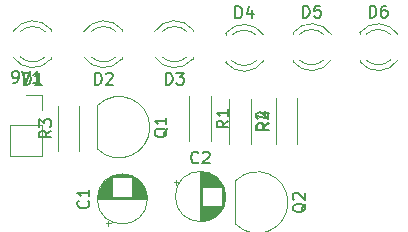
<source format=gbr>
%TF.GenerationSoftware,KiCad,Pcbnew,(5.1.12)-1*%
%TF.CreationDate,2023-08-23T15:32:20+05:30*%
%TF.ProjectId,led2,6c656432-2e6b-4696-9361-645f70636258,rev?*%
%TF.SameCoordinates,Original*%
%TF.FileFunction,Legend,Top*%
%TF.FilePolarity,Positive*%
%FSLAX46Y46*%
G04 Gerber Fmt 4.6, Leading zero omitted, Abs format (unit mm)*
G04 Created by KiCad (PCBNEW (5.1.12)-1) date 2023-08-23 15:32:20*
%MOMM*%
%LPD*%
G01*
G04 APERTURE LIST*
%ADD10C,0.120000*%
%ADD11C,0.150000*%
G04 APERTURE END LIST*
D10*
%TO.C,R4*%
X149130000Y-57410000D02*
X149130000Y-53570000D01*
X147290000Y-57410000D02*
X147290000Y-53570000D01*
%TO.C,R3*%
X130680000Y-58060000D02*
X130680000Y-54220000D01*
X128840000Y-58060000D02*
X128840000Y-54220000D01*
%TO.C,R2*%
X143380000Y-53610000D02*
X143380000Y-57450000D01*
X145220000Y-53610000D02*
X145220000Y-57450000D01*
%TO.C,R1*%
X140000000Y-53380000D02*
X140000000Y-57220000D01*
X141840000Y-53380000D02*
X141840000Y-57220000D01*
%TO.C,Q2*%
X143890000Y-60600000D02*
X143890000Y-64200000D01*
X143901522Y-64238478D02*
G75*
G03*
X148340000Y-62400000I1838478J1838478D01*
G01*
X143901522Y-60561522D02*
G75*
G02*
X148340000Y-62400000I1838478J-1838478D01*
G01*
%TO.C,Q1*%
X132190000Y-54230000D02*
X132190000Y-57830000D01*
X132201522Y-57868478D02*
G75*
G03*
X136640000Y-56030000I1838478J1838478D01*
G01*
X132201522Y-54191522D02*
G75*
G02*
X136640000Y-56030000I1838478J-1838478D01*
G01*
%TO.C,D6*%
X154420000Y-50330000D02*
X154420000Y-50486000D01*
X154420000Y-48014000D02*
X154420000Y-48170000D01*
X157021130Y-50329837D02*
G75*
G02*
X154939039Y-50330000I-1041130J1079837D01*
G01*
X157021130Y-48170163D02*
G75*
G03*
X154939039Y-48170000I-1041130J-1079837D01*
G01*
X157652335Y-50328608D02*
G75*
G02*
X154420000Y-50485516I-1672335J1078608D01*
G01*
X157652335Y-48171392D02*
G75*
G03*
X154420000Y-48014484I-1672335J-1078608D01*
G01*
%TO.C,D5*%
X148770000Y-50330000D02*
X148770000Y-50486000D01*
X148770000Y-48014000D02*
X148770000Y-48170000D01*
X151371130Y-50329837D02*
G75*
G02*
X149289039Y-50330000I-1041130J1079837D01*
G01*
X151371130Y-48170163D02*
G75*
G03*
X149289039Y-48170000I-1041130J-1079837D01*
G01*
X152002335Y-50328608D02*
G75*
G02*
X148770000Y-50485516I-1672335J1078608D01*
G01*
X152002335Y-48171392D02*
G75*
G03*
X148770000Y-48014484I-1672335J-1078608D01*
G01*
%TO.C,D4*%
X143060000Y-50390000D02*
X143060000Y-50546000D01*
X143060000Y-48074000D02*
X143060000Y-48230000D01*
X145661130Y-50389837D02*
G75*
G02*
X143579039Y-50390000I-1041130J1079837D01*
G01*
X145661130Y-48230163D02*
G75*
G03*
X143579039Y-48230000I-1041130J-1079837D01*
G01*
X146292335Y-50388608D02*
G75*
G02*
X143060000Y-50545516I-1672335J1078608D01*
G01*
X146292335Y-48231392D02*
G75*
G03*
X143060000Y-48074484I-1672335J-1078608D01*
G01*
%TO.C,D3*%
X140290000Y-47920000D02*
X140290000Y-47764000D01*
X140290000Y-50236000D02*
X140290000Y-50080000D01*
X137688870Y-47920163D02*
G75*
G02*
X139770961Y-47920000I1041130J-1079837D01*
G01*
X137688870Y-50079837D02*
G75*
G03*
X139770961Y-50080000I1041130J1079837D01*
G01*
X137057665Y-47921392D02*
G75*
G02*
X140290000Y-47764484I1672335J-1078608D01*
G01*
X137057665Y-50078608D02*
G75*
G03*
X140290000Y-50235516I1672335J1078608D01*
G01*
%TO.C,D2*%
X134290000Y-47920000D02*
X134290000Y-47764000D01*
X134290000Y-50236000D02*
X134290000Y-50080000D01*
X131688870Y-47920163D02*
G75*
G02*
X133770961Y-47920000I1041130J-1079837D01*
G01*
X131688870Y-50079837D02*
G75*
G03*
X133770961Y-50080000I1041130J1079837D01*
G01*
X131057665Y-47921392D02*
G75*
G02*
X134290000Y-47764484I1672335J-1078608D01*
G01*
X131057665Y-50078608D02*
G75*
G03*
X134290000Y-50235516I1672335J1078608D01*
G01*
%TO.C,D1*%
X128290000Y-47920000D02*
X128290000Y-47764000D01*
X128290000Y-50236000D02*
X128290000Y-50080000D01*
X125688870Y-47920163D02*
G75*
G02*
X127770961Y-47920000I1041130J-1079837D01*
G01*
X125688870Y-50079837D02*
G75*
G03*
X127770961Y-50080000I1041130J1079837D01*
G01*
X125057665Y-47921392D02*
G75*
G02*
X128290000Y-47764484I1672335J-1078608D01*
G01*
X125057665Y-50078608D02*
G75*
G03*
X128290000Y-50235516I1672335J1078608D01*
G01*
%TO.C,C2*%
X138850199Y-60495000D02*
X138850199Y-60895000D01*
X138650199Y-60695000D02*
X139050199Y-60695000D01*
X143001000Y-61520000D02*
X143001000Y-62260000D01*
X142961000Y-61353000D02*
X142961000Y-62427000D01*
X142921000Y-61226000D02*
X142921000Y-62554000D01*
X142881000Y-61122000D02*
X142881000Y-62658000D01*
X142841000Y-61031000D02*
X142841000Y-62749000D01*
X142801000Y-60950000D02*
X142801000Y-62830000D01*
X142761000Y-60877000D02*
X142761000Y-62903000D01*
X142721000Y-62730000D02*
X142721000Y-62970000D01*
X142721000Y-60810000D02*
X142721000Y-61050000D01*
X142681000Y-62730000D02*
X142681000Y-63032000D01*
X142681000Y-60748000D02*
X142681000Y-61050000D01*
X142641000Y-62730000D02*
X142641000Y-63090000D01*
X142641000Y-60690000D02*
X142641000Y-61050000D01*
X142601000Y-62730000D02*
X142601000Y-63144000D01*
X142601000Y-60636000D02*
X142601000Y-61050000D01*
X142561000Y-62730000D02*
X142561000Y-63194000D01*
X142561000Y-60586000D02*
X142561000Y-61050000D01*
X142521000Y-62730000D02*
X142521000Y-63241000D01*
X142521000Y-60539000D02*
X142521000Y-61050000D01*
X142481000Y-62730000D02*
X142481000Y-63286000D01*
X142481000Y-60494000D02*
X142481000Y-61050000D01*
X142441000Y-62730000D02*
X142441000Y-63328000D01*
X142441000Y-60452000D02*
X142441000Y-61050000D01*
X142401000Y-62730000D02*
X142401000Y-63368000D01*
X142401000Y-60412000D02*
X142401000Y-61050000D01*
X142361000Y-62730000D02*
X142361000Y-63406000D01*
X142361000Y-60374000D02*
X142361000Y-61050000D01*
X142321000Y-62730000D02*
X142321000Y-63442000D01*
X142321000Y-60338000D02*
X142321000Y-61050000D01*
X142281000Y-62730000D02*
X142281000Y-63477000D01*
X142281000Y-60303000D02*
X142281000Y-61050000D01*
X142241000Y-62730000D02*
X142241000Y-63509000D01*
X142241000Y-60271000D02*
X142241000Y-61050000D01*
X142201000Y-62730000D02*
X142201000Y-63540000D01*
X142201000Y-60240000D02*
X142201000Y-61050000D01*
X142161000Y-62730000D02*
X142161000Y-63570000D01*
X142161000Y-60210000D02*
X142161000Y-61050000D01*
X142121000Y-62730000D02*
X142121000Y-63598000D01*
X142121000Y-60182000D02*
X142121000Y-61050000D01*
X142081000Y-62730000D02*
X142081000Y-63625000D01*
X142081000Y-60155000D02*
X142081000Y-61050000D01*
X142041000Y-62730000D02*
X142041000Y-63650000D01*
X142041000Y-60130000D02*
X142041000Y-61050000D01*
X142001000Y-62730000D02*
X142001000Y-63675000D01*
X142001000Y-60105000D02*
X142001000Y-61050000D01*
X141961000Y-62730000D02*
X141961000Y-63698000D01*
X141961000Y-60082000D02*
X141961000Y-61050000D01*
X141921000Y-62730000D02*
X141921000Y-63720000D01*
X141921000Y-60060000D02*
X141921000Y-61050000D01*
X141881000Y-62730000D02*
X141881000Y-63741000D01*
X141881000Y-60039000D02*
X141881000Y-61050000D01*
X141841000Y-62730000D02*
X141841000Y-63760000D01*
X141841000Y-60020000D02*
X141841000Y-61050000D01*
X141801000Y-62730000D02*
X141801000Y-63779000D01*
X141801000Y-60001000D02*
X141801000Y-61050000D01*
X141761000Y-62730000D02*
X141761000Y-63797000D01*
X141761000Y-59983000D02*
X141761000Y-61050000D01*
X141721000Y-62730000D02*
X141721000Y-63814000D01*
X141721000Y-59966000D02*
X141721000Y-61050000D01*
X141681000Y-62730000D02*
X141681000Y-63830000D01*
X141681000Y-59950000D02*
X141681000Y-61050000D01*
X141641000Y-62730000D02*
X141641000Y-63844000D01*
X141641000Y-59936000D02*
X141641000Y-61050000D01*
X141600000Y-62730000D02*
X141600000Y-63858000D01*
X141600000Y-59922000D02*
X141600000Y-61050000D01*
X141560000Y-62730000D02*
X141560000Y-63872000D01*
X141560000Y-59908000D02*
X141560000Y-61050000D01*
X141520000Y-62730000D02*
X141520000Y-63884000D01*
X141520000Y-59896000D02*
X141520000Y-61050000D01*
X141480000Y-62730000D02*
X141480000Y-63895000D01*
X141480000Y-59885000D02*
X141480000Y-61050000D01*
X141440000Y-62730000D02*
X141440000Y-63906000D01*
X141440000Y-59874000D02*
X141440000Y-61050000D01*
X141400000Y-62730000D02*
X141400000Y-63915000D01*
X141400000Y-59865000D02*
X141400000Y-61050000D01*
X141360000Y-62730000D02*
X141360000Y-63924000D01*
X141360000Y-59856000D02*
X141360000Y-61050000D01*
X141320000Y-62730000D02*
X141320000Y-63932000D01*
X141320000Y-59848000D02*
X141320000Y-61050000D01*
X141280000Y-62730000D02*
X141280000Y-63940000D01*
X141280000Y-59840000D02*
X141280000Y-61050000D01*
X141240000Y-62730000D02*
X141240000Y-63946000D01*
X141240000Y-59834000D02*
X141240000Y-61050000D01*
X141200000Y-62730000D02*
X141200000Y-63952000D01*
X141200000Y-59828000D02*
X141200000Y-61050000D01*
X141160000Y-62730000D02*
X141160000Y-63957000D01*
X141160000Y-59823000D02*
X141160000Y-61050000D01*
X141120000Y-62730000D02*
X141120000Y-63961000D01*
X141120000Y-59819000D02*
X141120000Y-61050000D01*
X141080000Y-59816000D02*
X141080000Y-63964000D01*
X141040000Y-59813000D02*
X141040000Y-63967000D01*
X141000000Y-59811000D02*
X141000000Y-63969000D01*
X140960000Y-59810000D02*
X140960000Y-63970000D01*
X140920000Y-59810000D02*
X140920000Y-63970000D01*
X143040000Y-61890000D02*
G75*
G03*
X143040000Y-61890000I-2120000J0D01*
G01*
%TO.C,C1*%
X132915000Y-64169801D02*
X133315000Y-64169801D01*
X133115000Y-64369801D02*
X133115000Y-63969801D01*
X133940000Y-60019000D02*
X134680000Y-60019000D01*
X133773000Y-60059000D02*
X134847000Y-60059000D01*
X133646000Y-60099000D02*
X134974000Y-60099000D01*
X133542000Y-60139000D02*
X135078000Y-60139000D01*
X133451000Y-60179000D02*
X135169000Y-60179000D01*
X133370000Y-60219000D02*
X135250000Y-60219000D01*
X133297000Y-60259000D02*
X135323000Y-60259000D01*
X135150000Y-60299000D02*
X135390000Y-60299000D01*
X133230000Y-60299000D02*
X133470000Y-60299000D01*
X135150000Y-60339000D02*
X135452000Y-60339000D01*
X133168000Y-60339000D02*
X133470000Y-60339000D01*
X135150000Y-60379000D02*
X135510000Y-60379000D01*
X133110000Y-60379000D02*
X133470000Y-60379000D01*
X135150000Y-60419000D02*
X135564000Y-60419000D01*
X133056000Y-60419000D02*
X133470000Y-60419000D01*
X135150000Y-60459000D02*
X135614000Y-60459000D01*
X133006000Y-60459000D02*
X133470000Y-60459000D01*
X135150000Y-60499000D02*
X135661000Y-60499000D01*
X132959000Y-60499000D02*
X133470000Y-60499000D01*
X135150000Y-60539000D02*
X135706000Y-60539000D01*
X132914000Y-60539000D02*
X133470000Y-60539000D01*
X135150000Y-60579000D02*
X135748000Y-60579000D01*
X132872000Y-60579000D02*
X133470000Y-60579000D01*
X135150000Y-60619000D02*
X135788000Y-60619000D01*
X132832000Y-60619000D02*
X133470000Y-60619000D01*
X135150000Y-60659000D02*
X135826000Y-60659000D01*
X132794000Y-60659000D02*
X133470000Y-60659000D01*
X135150000Y-60699000D02*
X135862000Y-60699000D01*
X132758000Y-60699000D02*
X133470000Y-60699000D01*
X135150000Y-60739000D02*
X135897000Y-60739000D01*
X132723000Y-60739000D02*
X133470000Y-60739000D01*
X135150000Y-60779000D02*
X135929000Y-60779000D01*
X132691000Y-60779000D02*
X133470000Y-60779000D01*
X135150000Y-60819000D02*
X135960000Y-60819000D01*
X132660000Y-60819000D02*
X133470000Y-60819000D01*
X135150000Y-60859000D02*
X135990000Y-60859000D01*
X132630000Y-60859000D02*
X133470000Y-60859000D01*
X135150000Y-60899000D02*
X136018000Y-60899000D01*
X132602000Y-60899000D02*
X133470000Y-60899000D01*
X135150000Y-60939000D02*
X136045000Y-60939000D01*
X132575000Y-60939000D02*
X133470000Y-60939000D01*
X135150000Y-60979000D02*
X136070000Y-60979000D01*
X132550000Y-60979000D02*
X133470000Y-60979000D01*
X135150000Y-61019000D02*
X136095000Y-61019000D01*
X132525000Y-61019000D02*
X133470000Y-61019000D01*
X135150000Y-61059000D02*
X136118000Y-61059000D01*
X132502000Y-61059000D02*
X133470000Y-61059000D01*
X135150000Y-61099000D02*
X136140000Y-61099000D01*
X132480000Y-61099000D02*
X133470000Y-61099000D01*
X135150000Y-61139000D02*
X136161000Y-61139000D01*
X132459000Y-61139000D02*
X133470000Y-61139000D01*
X135150000Y-61179000D02*
X136180000Y-61179000D01*
X132440000Y-61179000D02*
X133470000Y-61179000D01*
X135150000Y-61219000D02*
X136199000Y-61219000D01*
X132421000Y-61219000D02*
X133470000Y-61219000D01*
X135150000Y-61259000D02*
X136217000Y-61259000D01*
X132403000Y-61259000D02*
X133470000Y-61259000D01*
X135150000Y-61299000D02*
X136234000Y-61299000D01*
X132386000Y-61299000D02*
X133470000Y-61299000D01*
X135150000Y-61339000D02*
X136250000Y-61339000D01*
X132370000Y-61339000D02*
X133470000Y-61339000D01*
X135150000Y-61379000D02*
X136264000Y-61379000D01*
X132356000Y-61379000D02*
X133470000Y-61379000D01*
X135150000Y-61420000D02*
X136278000Y-61420000D01*
X132342000Y-61420000D02*
X133470000Y-61420000D01*
X135150000Y-61460000D02*
X136292000Y-61460000D01*
X132328000Y-61460000D02*
X133470000Y-61460000D01*
X135150000Y-61500000D02*
X136304000Y-61500000D01*
X132316000Y-61500000D02*
X133470000Y-61500000D01*
X135150000Y-61540000D02*
X136315000Y-61540000D01*
X132305000Y-61540000D02*
X133470000Y-61540000D01*
X135150000Y-61580000D02*
X136326000Y-61580000D01*
X132294000Y-61580000D02*
X133470000Y-61580000D01*
X135150000Y-61620000D02*
X136335000Y-61620000D01*
X132285000Y-61620000D02*
X133470000Y-61620000D01*
X135150000Y-61660000D02*
X136344000Y-61660000D01*
X132276000Y-61660000D02*
X133470000Y-61660000D01*
X135150000Y-61700000D02*
X136352000Y-61700000D01*
X132268000Y-61700000D02*
X133470000Y-61700000D01*
X135150000Y-61740000D02*
X136360000Y-61740000D01*
X132260000Y-61740000D02*
X133470000Y-61740000D01*
X135150000Y-61780000D02*
X136366000Y-61780000D01*
X132254000Y-61780000D02*
X133470000Y-61780000D01*
X135150000Y-61820000D02*
X136372000Y-61820000D01*
X132248000Y-61820000D02*
X133470000Y-61820000D01*
X135150000Y-61860000D02*
X136377000Y-61860000D01*
X132243000Y-61860000D02*
X133470000Y-61860000D01*
X135150000Y-61900000D02*
X136381000Y-61900000D01*
X132239000Y-61900000D02*
X133470000Y-61900000D01*
X132236000Y-61940000D02*
X136384000Y-61940000D01*
X132233000Y-61980000D02*
X136387000Y-61980000D01*
X132231000Y-62020000D02*
X136389000Y-62020000D01*
X132230000Y-62060000D02*
X136390000Y-62060000D01*
X132230000Y-62100000D02*
X136390000Y-62100000D01*
X136430000Y-62100000D02*
G75*
G03*
X136430000Y-62100000I-2120000J0D01*
G01*
%TO.C,9V1*%
X126170000Y-53270000D02*
X127500000Y-53270000D01*
X127500000Y-53270000D02*
X127500000Y-54600000D01*
X127500000Y-55870000D02*
X127500000Y-58470000D01*
X124840000Y-58470000D02*
X127500000Y-58470000D01*
X124840000Y-55870000D02*
X124840000Y-58470000D01*
X124840000Y-55870000D02*
X127500000Y-55870000D01*
%TO.C,R4*%
D11*
X146742380Y-55656666D02*
X146266190Y-55990000D01*
X146742380Y-56228095D02*
X145742380Y-56228095D01*
X145742380Y-55847142D01*
X145790000Y-55751904D01*
X145837619Y-55704285D01*
X145932857Y-55656666D01*
X146075714Y-55656666D01*
X146170952Y-55704285D01*
X146218571Y-55751904D01*
X146266190Y-55847142D01*
X146266190Y-56228095D01*
X146075714Y-54799523D02*
X146742380Y-54799523D01*
X145694761Y-55037619D02*
X146409047Y-55275714D01*
X146409047Y-54656666D01*
%TO.C,R3*%
X128292380Y-56306666D02*
X127816190Y-56640000D01*
X128292380Y-56878095D02*
X127292380Y-56878095D01*
X127292380Y-56497142D01*
X127340000Y-56401904D01*
X127387619Y-56354285D01*
X127482857Y-56306666D01*
X127625714Y-56306666D01*
X127720952Y-56354285D01*
X127768571Y-56401904D01*
X127816190Y-56497142D01*
X127816190Y-56878095D01*
X127292380Y-55973333D02*
X127292380Y-55354285D01*
X127673333Y-55687619D01*
X127673333Y-55544761D01*
X127720952Y-55449523D01*
X127768571Y-55401904D01*
X127863809Y-55354285D01*
X128101904Y-55354285D01*
X128197142Y-55401904D01*
X128244761Y-55449523D01*
X128292380Y-55544761D01*
X128292380Y-55830476D01*
X128244761Y-55925714D01*
X128197142Y-55973333D01*
%TO.C,R2*%
X146672380Y-55696666D02*
X146196190Y-56030000D01*
X146672380Y-56268095D02*
X145672380Y-56268095D01*
X145672380Y-55887142D01*
X145720000Y-55791904D01*
X145767619Y-55744285D01*
X145862857Y-55696666D01*
X146005714Y-55696666D01*
X146100952Y-55744285D01*
X146148571Y-55791904D01*
X146196190Y-55887142D01*
X146196190Y-56268095D01*
X145767619Y-55315714D02*
X145720000Y-55268095D01*
X145672380Y-55172857D01*
X145672380Y-54934761D01*
X145720000Y-54839523D01*
X145767619Y-54791904D01*
X145862857Y-54744285D01*
X145958095Y-54744285D01*
X146100952Y-54791904D01*
X146672380Y-55363333D01*
X146672380Y-54744285D01*
%TO.C,R1*%
X143292380Y-55466666D02*
X142816190Y-55800000D01*
X143292380Y-56038095D02*
X142292380Y-56038095D01*
X142292380Y-55657142D01*
X142340000Y-55561904D01*
X142387619Y-55514285D01*
X142482857Y-55466666D01*
X142625714Y-55466666D01*
X142720952Y-55514285D01*
X142768571Y-55561904D01*
X142816190Y-55657142D01*
X142816190Y-56038095D01*
X143292380Y-54514285D02*
X143292380Y-55085714D01*
X143292380Y-54800000D02*
X142292380Y-54800000D01*
X142435238Y-54895238D01*
X142530476Y-54990476D01*
X142578095Y-55085714D01*
%TO.C,Q2*%
X149847619Y-62495238D02*
X149800000Y-62590476D01*
X149704761Y-62685714D01*
X149561904Y-62828571D01*
X149514285Y-62923809D01*
X149514285Y-63019047D01*
X149752380Y-62971428D02*
X149704761Y-63066666D01*
X149609523Y-63161904D01*
X149419047Y-63209523D01*
X149085714Y-63209523D01*
X148895238Y-63161904D01*
X148800000Y-63066666D01*
X148752380Y-62971428D01*
X148752380Y-62780952D01*
X148800000Y-62685714D01*
X148895238Y-62590476D01*
X149085714Y-62542857D01*
X149419047Y-62542857D01*
X149609523Y-62590476D01*
X149704761Y-62685714D01*
X149752380Y-62780952D01*
X149752380Y-62971428D01*
X148847619Y-62161904D02*
X148800000Y-62114285D01*
X148752380Y-62019047D01*
X148752380Y-61780952D01*
X148800000Y-61685714D01*
X148847619Y-61638095D01*
X148942857Y-61590476D01*
X149038095Y-61590476D01*
X149180952Y-61638095D01*
X149752380Y-62209523D01*
X149752380Y-61590476D01*
%TO.C,Q1*%
X138147619Y-56125238D02*
X138100000Y-56220476D01*
X138004761Y-56315714D01*
X137861904Y-56458571D01*
X137814285Y-56553809D01*
X137814285Y-56649047D01*
X138052380Y-56601428D02*
X138004761Y-56696666D01*
X137909523Y-56791904D01*
X137719047Y-56839523D01*
X137385714Y-56839523D01*
X137195238Y-56791904D01*
X137100000Y-56696666D01*
X137052380Y-56601428D01*
X137052380Y-56410952D01*
X137100000Y-56315714D01*
X137195238Y-56220476D01*
X137385714Y-56172857D01*
X137719047Y-56172857D01*
X137909523Y-56220476D01*
X138004761Y-56315714D01*
X138052380Y-56410952D01*
X138052380Y-56601428D01*
X138052380Y-55220476D02*
X138052380Y-55791904D01*
X138052380Y-55506190D02*
X137052380Y-55506190D01*
X137195238Y-55601428D01*
X137290476Y-55696666D01*
X137338095Y-55791904D01*
%TO.C,D6*%
X155241904Y-46742380D02*
X155241904Y-45742380D01*
X155480000Y-45742380D01*
X155622857Y-45790000D01*
X155718095Y-45885238D01*
X155765714Y-45980476D01*
X155813333Y-46170952D01*
X155813333Y-46313809D01*
X155765714Y-46504285D01*
X155718095Y-46599523D01*
X155622857Y-46694761D01*
X155480000Y-46742380D01*
X155241904Y-46742380D01*
X156670476Y-45742380D02*
X156480000Y-45742380D01*
X156384761Y-45790000D01*
X156337142Y-45837619D01*
X156241904Y-45980476D01*
X156194285Y-46170952D01*
X156194285Y-46551904D01*
X156241904Y-46647142D01*
X156289523Y-46694761D01*
X156384761Y-46742380D01*
X156575238Y-46742380D01*
X156670476Y-46694761D01*
X156718095Y-46647142D01*
X156765714Y-46551904D01*
X156765714Y-46313809D01*
X156718095Y-46218571D01*
X156670476Y-46170952D01*
X156575238Y-46123333D01*
X156384761Y-46123333D01*
X156289523Y-46170952D01*
X156241904Y-46218571D01*
X156194285Y-46313809D01*
%TO.C,D5*%
X149591904Y-46742380D02*
X149591904Y-45742380D01*
X149830000Y-45742380D01*
X149972857Y-45790000D01*
X150068095Y-45885238D01*
X150115714Y-45980476D01*
X150163333Y-46170952D01*
X150163333Y-46313809D01*
X150115714Y-46504285D01*
X150068095Y-46599523D01*
X149972857Y-46694761D01*
X149830000Y-46742380D01*
X149591904Y-46742380D01*
X151068095Y-45742380D02*
X150591904Y-45742380D01*
X150544285Y-46218571D01*
X150591904Y-46170952D01*
X150687142Y-46123333D01*
X150925238Y-46123333D01*
X151020476Y-46170952D01*
X151068095Y-46218571D01*
X151115714Y-46313809D01*
X151115714Y-46551904D01*
X151068095Y-46647142D01*
X151020476Y-46694761D01*
X150925238Y-46742380D01*
X150687142Y-46742380D01*
X150591904Y-46694761D01*
X150544285Y-46647142D01*
%TO.C,D4*%
X143881904Y-46802380D02*
X143881904Y-45802380D01*
X144120000Y-45802380D01*
X144262857Y-45850000D01*
X144358095Y-45945238D01*
X144405714Y-46040476D01*
X144453333Y-46230952D01*
X144453333Y-46373809D01*
X144405714Y-46564285D01*
X144358095Y-46659523D01*
X144262857Y-46754761D01*
X144120000Y-46802380D01*
X143881904Y-46802380D01*
X145310476Y-46135714D02*
X145310476Y-46802380D01*
X145072380Y-45754761D02*
X144834285Y-46469047D01*
X145453333Y-46469047D01*
%TO.C,D3*%
X137991904Y-52412380D02*
X137991904Y-51412380D01*
X138230000Y-51412380D01*
X138372857Y-51460000D01*
X138468095Y-51555238D01*
X138515714Y-51650476D01*
X138563333Y-51840952D01*
X138563333Y-51983809D01*
X138515714Y-52174285D01*
X138468095Y-52269523D01*
X138372857Y-52364761D01*
X138230000Y-52412380D01*
X137991904Y-52412380D01*
X138896666Y-51412380D02*
X139515714Y-51412380D01*
X139182380Y-51793333D01*
X139325238Y-51793333D01*
X139420476Y-51840952D01*
X139468095Y-51888571D01*
X139515714Y-51983809D01*
X139515714Y-52221904D01*
X139468095Y-52317142D01*
X139420476Y-52364761D01*
X139325238Y-52412380D01*
X139039523Y-52412380D01*
X138944285Y-52364761D01*
X138896666Y-52317142D01*
%TO.C,D2*%
X131991904Y-52412380D02*
X131991904Y-51412380D01*
X132230000Y-51412380D01*
X132372857Y-51460000D01*
X132468095Y-51555238D01*
X132515714Y-51650476D01*
X132563333Y-51840952D01*
X132563333Y-51983809D01*
X132515714Y-52174285D01*
X132468095Y-52269523D01*
X132372857Y-52364761D01*
X132230000Y-52412380D01*
X131991904Y-52412380D01*
X132944285Y-51507619D02*
X132991904Y-51460000D01*
X133087142Y-51412380D01*
X133325238Y-51412380D01*
X133420476Y-51460000D01*
X133468095Y-51507619D01*
X133515714Y-51602857D01*
X133515714Y-51698095D01*
X133468095Y-51840952D01*
X132896666Y-52412380D01*
X133515714Y-52412380D01*
%TO.C,D1*%
X125991904Y-52412380D02*
X125991904Y-51412380D01*
X126230000Y-51412380D01*
X126372857Y-51460000D01*
X126468095Y-51555238D01*
X126515714Y-51650476D01*
X126563333Y-51840952D01*
X126563333Y-51983809D01*
X126515714Y-52174285D01*
X126468095Y-52269523D01*
X126372857Y-52364761D01*
X126230000Y-52412380D01*
X125991904Y-52412380D01*
X127515714Y-52412380D02*
X126944285Y-52412380D01*
X127230000Y-52412380D02*
X127230000Y-51412380D01*
X127134761Y-51555238D01*
X127039523Y-51650476D01*
X126944285Y-51698095D01*
%TO.C,C2*%
X140753333Y-58997142D02*
X140705714Y-59044761D01*
X140562857Y-59092380D01*
X140467619Y-59092380D01*
X140324761Y-59044761D01*
X140229523Y-58949523D01*
X140181904Y-58854285D01*
X140134285Y-58663809D01*
X140134285Y-58520952D01*
X140181904Y-58330476D01*
X140229523Y-58235238D01*
X140324761Y-58140000D01*
X140467619Y-58092380D01*
X140562857Y-58092380D01*
X140705714Y-58140000D01*
X140753333Y-58187619D01*
X141134285Y-58187619D02*
X141181904Y-58140000D01*
X141277142Y-58092380D01*
X141515238Y-58092380D01*
X141610476Y-58140000D01*
X141658095Y-58187619D01*
X141705714Y-58282857D01*
X141705714Y-58378095D01*
X141658095Y-58520952D01*
X141086666Y-59092380D01*
X141705714Y-59092380D01*
%TO.C,C1*%
X131417142Y-62266666D02*
X131464761Y-62314285D01*
X131512380Y-62457142D01*
X131512380Y-62552380D01*
X131464761Y-62695238D01*
X131369523Y-62790476D01*
X131274285Y-62838095D01*
X131083809Y-62885714D01*
X130940952Y-62885714D01*
X130750476Y-62838095D01*
X130655238Y-62790476D01*
X130560000Y-62695238D01*
X130512380Y-62552380D01*
X130512380Y-62457142D01*
X130560000Y-62314285D01*
X130607619Y-62266666D01*
X131512380Y-61314285D02*
X131512380Y-61885714D01*
X131512380Y-61600000D02*
X130512380Y-61600000D01*
X130655238Y-61695238D01*
X130750476Y-61790476D01*
X130798095Y-61885714D01*
%TO.C,9V1*%
X125074761Y-52282380D02*
X125265238Y-52282380D01*
X125360476Y-52234761D01*
X125408095Y-52187142D01*
X125503333Y-52044285D01*
X125550952Y-51853809D01*
X125550952Y-51472857D01*
X125503333Y-51377619D01*
X125455714Y-51330000D01*
X125360476Y-51282380D01*
X125170000Y-51282380D01*
X125074761Y-51330000D01*
X125027142Y-51377619D01*
X124979523Y-51472857D01*
X124979523Y-51710952D01*
X125027142Y-51806190D01*
X125074761Y-51853809D01*
X125170000Y-51901428D01*
X125360476Y-51901428D01*
X125455714Y-51853809D01*
X125503333Y-51806190D01*
X125550952Y-51710952D01*
X125836666Y-51282380D02*
X126170000Y-52282380D01*
X126503333Y-51282380D01*
X127360476Y-52282380D02*
X126789047Y-52282380D01*
X127074761Y-52282380D02*
X127074761Y-51282380D01*
X126979523Y-51425238D01*
X126884285Y-51520476D01*
X126789047Y-51568095D01*
%TD*%
M02*

</source>
